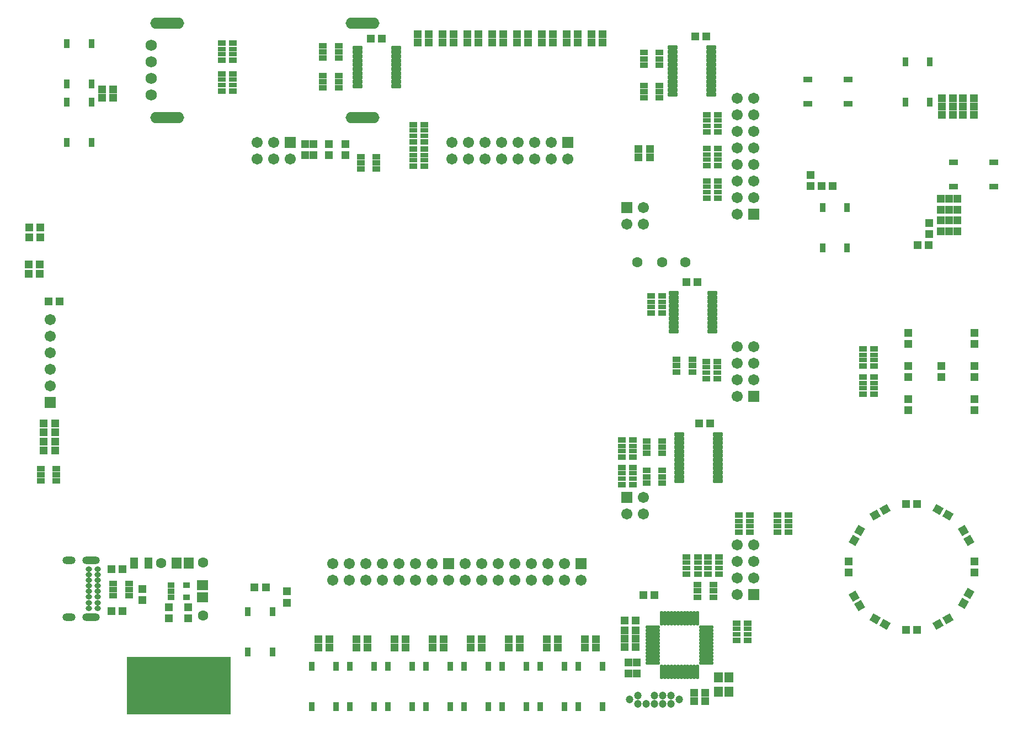
<source format=gts>
G04*
G04 #@! TF.GenerationSoftware,Altium Limited,Altium Designer,20.0.13 (296)*
G04*
G04 Layer_Color=8388736*
%FSLAX25Y25*%
%MOIN*%
G70*
G01*
G75*
%ADD51R,0.62992X0.35100*%
%ADD52R,0.05131X0.03359*%
G04:AMPARAMS|DCode=53|XSize=25.72mil|YSize=63.12mil|CornerRadius=5.95mil|HoleSize=0mil|Usage=FLASHONLY|Rotation=90.000|XOffset=0mil|YOffset=0mil|HoleType=Round|Shape=RoundedRectangle|*
%AMROUNDEDRECTD53*
21,1,0.02572,0.05122,0,0,90.0*
21,1,0.01382,0.06312,0,0,90.0*
1,1,0.01190,0.02561,0.00691*
1,1,0.01190,0.02561,-0.00691*
1,1,0.01190,-0.02561,-0.00691*
1,1,0.01190,-0.02561,0.00691*
%
%ADD53ROUNDEDRECTD53*%
%ADD54R,0.04343X0.03359*%
%ADD55R,0.05131X0.04737*%
%ADD56R,0.04737X0.05131*%
%ADD57R,0.04737X0.06706*%
%ADD58R,0.06706X0.05918*%
%ADD59R,0.05918X0.06706*%
%ADD60R,0.04737X0.02769*%
%ADD61R,0.04737X0.03556*%
G04:AMPARAMS|DCode=62|XSize=51.31mil|YSize=47.37mil|CornerRadius=0mil|HoleSize=0mil|Usage=FLASHONLY|Rotation=210.000|XOffset=0mil|YOffset=0mil|HoleType=Round|Shape=Rectangle|*
%AMROTATEDRECTD62*
4,1,4,0.01037,0.03334,0.03406,-0.00769,-0.01037,-0.03334,-0.03406,0.00769,0.01037,0.03334,0.0*
%
%ADD62ROTATEDRECTD62*%

G04:AMPARAMS|DCode=63|XSize=51.31mil|YSize=47.37mil|CornerRadius=0mil|HoleSize=0mil|Usage=FLASHONLY|Rotation=240.000|XOffset=0mil|YOffset=0mil|HoleType=Round|Shape=Rectangle|*
%AMROTATEDRECTD63*
4,1,4,-0.00769,0.03406,0.03334,0.01037,0.00769,-0.03406,-0.03334,-0.01037,-0.00769,0.03406,0.0*
%
%ADD63ROTATEDRECTD63*%

G04:AMPARAMS|DCode=64|XSize=51.31mil|YSize=47.37mil|CornerRadius=0mil|HoleSize=0mil|Usage=FLASHONLY|Rotation=300.000|XOffset=0mil|YOffset=0mil|HoleType=Round|Shape=Rectangle|*
%AMROTATEDRECTD64*
4,1,4,-0.03334,0.01037,0.00769,0.03406,0.03334,-0.01037,-0.00769,-0.03406,-0.03334,0.01037,0.0*
%
%ADD64ROTATEDRECTD64*%

G04:AMPARAMS|DCode=65|XSize=51.31mil|YSize=47.37mil|CornerRadius=0mil|HoleSize=0mil|Usage=FLASHONLY|Rotation=330.000|XOffset=0mil|YOffset=0mil|HoleType=Round|Shape=Rectangle|*
%AMROTATEDRECTD65*
4,1,4,-0.03406,-0.00769,-0.01037,0.03334,0.03406,0.00769,0.01037,-0.03334,-0.03406,-0.00769,0.0*
%
%ADD65ROTATEDRECTD65*%

%ADD66C,0.04737*%
%ADD67R,0.05524X0.06312*%
%ADD68O,0.09068X0.01981*%
%ADD69O,0.01981X0.09068*%
%ADD70R,0.03800X0.05524*%
%ADD71R,0.05524X0.03800*%
%ADD72O,0.03950X0.03241*%
%ADD73O,0.10642X0.04737*%
%ADD74O,0.07887X0.04737*%
%ADD75O,0.20485X0.06706*%
%ADD76R,0.06706X0.06706*%
%ADD77C,0.06706*%
%ADD78R,0.06706X0.06706*%
%ADD79C,0.06706*%
%ADD80C,0.08674*%
%ADD81C,0.06312*%
%ADD82C,0.06800*%
%ADD83C,0.02769*%
D51*
X44488Y19478D02*
D03*
D52*
X-29576Y150540D02*
D03*
Y146800D02*
D03*
Y143060D02*
D03*
X-39024D02*
D03*
Y146800D02*
D03*
X-39024Y150540D02*
D03*
X154276Y338740D02*
D03*
Y335000D02*
D03*
Y331260D02*
D03*
X163724D02*
D03*
Y335000D02*
D03*
Y338740D02*
D03*
X140966Y405736D02*
D03*
Y401996D02*
D03*
Y398256D02*
D03*
X131517D02*
D03*
Y401996D02*
D03*
Y405736D02*
D03*
Y387736D02*
D03*
Y383996D02*
D03*
Y380256D02*
D03*
X140966D02*
D03*
Y383996D02*
D03*
Y387736D02*
D03*
X334666Y381736D02*
D03*
Y377996D02*
D03*
Y374256D02*
D03*
X325217D02*
D03*
Y377996D02*
D03*
Y381736D02*
D03*
X4844Y81136D02*
D03*
Y77396D02*
D03*
Y73656D02*
D03*
X14293D02*
D03*
Y77396D02*
D03*
Y81136D02*
D03*
X367266Y80336D02*
D03*
Y76596D02*
D03*
Y72856D02*
D03*
X357817D02*
D03*
Y76596D02*
D03*
Y80336D02*
D03*
X345170Y216354D02*
D03*
Y212613D02*
D03*
Y208873D02*
D03*
X354619D02*
D03*
Y212613D02*
D03*
Y216354D02*
D03*
X334666Y401636D02*
D03*
Y397896D02*
D03*
Y394156D02*
D03*
X325217D02*
D03*
Y397896D02*
D03*
Y401636D02*
D03*
X326917Y149236D02*
D03*
Y145496D02*
D03*
Y141756D02*
D03*
X336366D02*
D03*
Y145496D02*
D03*
Y149236D02*
D03*
X336366Y167052D02*
D03*
Y163312D02*
D03*
Y159572D02*
D03*
X326917D02*
D03*
Y163312D02*
D03*
Y167052D02*
D03*
D53*
X343528Y256412D02*
D03*
Y253853D02*
D03*
Y251294D02*
D03*
Y248735D02*
D03*
Y246176D02*
D03*
Y243616D02*
D03*
Y241057D02*
D03*
Y238498D02*
D03*
Y235939D02*
D03*
Y233380D02*
D03*
X366756Y256412D02*
D03*
Y253853D02*
D03*
Y251294D02*
D03*
Y248735D02*
D03*
Y246176D02*
D03*
Y243616D02*
D03*
Y241057D02*
D03*
Y238498D02*
D03*
Y235939D02*
D03*
Y233380D02*
D03*
X152428Y404512D02*
D03*
Y401953D02*
D03*
Y399394D02*
D03*
Y396835D02*
D03*
Y394275D02*
D03*
Y391716D02*
D03*
Y389157D02*
D03*
Y386598D02*
D03*
Y384039D02*
D03*
Y381480D02*
D03*
X175656Y404512D02*
D03*
Y401953D02*
D03*
Y399394D02*
D03*
Y396835D02*
D03*
Y394275D02*
D03*
Y391716D02*
D03*
Y389157D02*
D03*
Y386598D02*
D03*
Y384039D02*
D03*
Y381480D02*
D03*
X346728Y171071D02*
D03*
Y168512D02*
D03*
Y165953D02*
D03*
Y163394D02*
D03*
Y160835D02*
D03*
Y158275D02*
D03*
Y155717D02*
D03*
Y153157D02*
D03*
Y150598D02*
D03*
Y148039D02*
D03*
Y145480D02*
D03*
Y142921D02*
D03*
X369956Y171071D02*
D03*
Y168512D02*
D03*
Y165953D02*
D03*
Y163394D02*
D03*
Y160835D02*
D03*
Y158275D02*
D03*
Y155717D02*
D03*
Y153157D02*
D03*
Y150598D02*
D03*
Y148039D02*
D03*
Y145480D02*
D03*
Y142921D02*
D03*
X365956Y376476D02*
D03*
Y379035D02*
D03*
Y381594D02*
D03*
Y384154D02*
D03*
Y386713D02*
D03*
Y389272D02*
D03*
Y391831D02*
D03*
Y394390D02*
D03*
Y396949D02*
D03*
Y399508D02*
D03*
Y402067D02*
D03*
Y404626D02*
D03*
X342728Y376476D02*
D03*
Y379035D02*
D03*
Y381594D02*
D03*
Y384154D02*
D03*
Y386713D02*
D03*
Y389272D02*
D03*
Y391831D02*
D03*
Y394390D02*
D03*
Y396949D02*
D03*
Y399508D02*
D03*
Y402067D02*
D03*
Y404626D02*
D03*
D54*
X39659Y80136D02*
D03*
Y76396D02*
D03*
Y72656D02*
D03*
X49108D02*
D03*
Y80136D02*
D03*
D55*
X-30454Y161400D02*
D03*
X-37146D02*
D03*
Y166900D02*
D03*
X-30454D02*
D03*
X-37146Y172400D02*
D03*
X-30454D02*
D03*
X-37146Y177900D02*
D03*
X-30454D02*
D03*
X313653Y52600D02*
D03*
X320346D02*
D03*
X-39154Y295996D02*
D03*
X-45846D02*
D03*
X-39654Y273600D02*
D03*
X-46346D02*
D03*
X-27654Y251500D02*
D03*
X-34346D02*
D03*
X313653Y47700D02*
D03*
X320346Y47700D02*
D03*
X331747Y73956D02*
D03*
X325054D02*
D03*
X497446Y285496D02*
D03*
X490753D02*
D03*
X518072Y363996D02*
D03*
X524765D02*
D03*
X518072Y368996D02*
D03*
X524765D02*
D03*
X518072Y373996D02*
D03*
X524765D02*
D03*
X362288Y9996D02*
D03*
X355595D02*
D03*
X4846Y379500D02*
D03*
X-1846D02*
D03*
X4846Y374500D02*
D03*
X-1846D02*
D03*
X10415Y64396D02*
D03*
X3722D02*
D03*
X10415Y89609D02*
D03*
X3722D02*
D03*
X135288Y42496D02*
D03*
X128595D02*
D03*
X158288D02*
D03*
X151595D02*
D03*
X181288D02*
D03*
X174595D02*
D03*
X204288D02*
D03*
X197595D02*
D03*
X227288D02*
D03*
X220595D02*
D03*
X250288D02*
D03*
X243595D02*
D03*
X273288D02*
D03*
X266595D02*
D03*
X296288D02*
D03*
X289595D02*
D03*
X188749Y407895D02*
D03*
X195442D02*
D03*
X203749D02*
D03*
X210442D02*
D03*
X218749D02*
D03*
X225442D02*
D03*
X233749D02*
D03*
X240442D02*
D03*
X248749D02*
D03*
X255442D02*
D03*
X263749D02*
D03*
X270442D02*
D03*
X278749D02*
D03*
X285442D02*
D03*
X293749D02*
D03*
X300442D02*
D03*
X328888Y343396D02*
D03*
X322195D02*
D03*
X328888Y338496D02*
D03*
X322195D02*
D03*
X320346Y42800D02*
D03*
X313653D02*
D03*
X362288Y15096D02*
D03*
X355595D02*
D03*
X313653Y58796D02*
D03*
X320346D02*
D03*
X160378Y409996D02*
D03*
X167071D02*
D03*
X351095Y263096D02*
D03*
X357788D02*
D03*
X363088Y411396D02*
D03*
X356395D02*
D03*
X358695Y177796D02*
D03*
X365388D02*
D03*
X-39654Y268100D02*
D03*
X-46346D02*
D03*
X511946Y363996D02*
D03*
X505253D02*
D03*
X483753Y129096D02*
D03*
X490446D02*
D03*
X490446Y53096D02*
D03*
X483753D02*
D03*
X96888Y78581D02*
D03*
X90195D02*
D03*
X220595Y47496D02*
D03*
X227288D02*
D03*
X135288D02*
D03*
X128595D02*
D03*
X188749Y412894D02*
D03*
X195442D02*
D03*
X210442D02*
D03*
X203749D02*
D03*
X218749D02*
D03*
X225442D02*
D03*
X240442D02*
D03*
X233749D02*
D03*
X248749D02*
D03*
X255442D02*
D03*
X270442D02*
D03*
X263749D02*
D03*
X278749D02*
D03*
X285442D02*
D03*
X300442D02*
D03*
X293749D02*
D03*
X151595Y47496D02*
D03*
X158288D02*
D03*
X181288D02*
D03*
X174595D02*
D03*
X197595D02*
D03*
X204288D02*
D03*
X250288D02*
D03*
X243595D02*
D03*
X266595D02*
D03*
X273288D02*
D03*
X296288Y47417D02*
D03*
X289595D02*
D03*
X-45846Y290216D02*
D03*
X-39154D02*
D03*
X505253Y373996D02*
D03*
X511946D02*
D03*
X439446Y320996D02*
D03*
X432753D02*
D03*
X511946Y368996D02*
D03*
X505253D02*
D03*
D56*
X504599Y300524D02*
D03*
Y293831D02*
D03*
X509599Y300524D02*
D03*
Y293831D02*
D03*
X514599Y300524D02*
D03*
Y293831D02*
D03*
X426099Y321149D02*
D03*
Y327842D02*
D03*
X38269Y66742D02*
D03*
Y60049D02*
D03*
X125800Y339653D02*
D03*
Y346346D02*
D03*
X145000Y339653D02*
D03*
Y346346D02*
D03*
X109742Y76242D02*
D03*
Y69550D02*
D03*
X120800Y339653D02*
D03*
Y346346D02*
D03*
X22268Y70950D02*
D03*
Y77642D02*
D03*
X49883Y66742D02*
D03*
Y60049D02*
D03*
X315942Y26831D02*
D03*
Y33524D02*
D03*
X320942D02*
D03*
Y26831D02*
D03*
X504599Y313342D02*
D03*
Y306649D02*
D03*
X505099Y205649D02*
D03*
Y212342D02*
D03*
X485099Y232342D02*
D03*
Y225649D02*
D03*
X525099Y185650D02*
D03*
Y192342D02*
D03*
Y232342D02*
D03*
Y225649D02*
D03*
X485099Y185650D02*
D03*
Y192342D02*
D03*
Y212342D02*
D03*
Y205649D02*
D03*
X525099D02*
D03*
Y212342D02*
D03*
X449099Y94442D02*
D03*
Y87749D02*
D03*
X525099Y87749D02*
D03*
Y94442D02*
D03*
X135000Y346346D02*
D03*
Y339653D02*
D03*
X514599Y306649D02*
D03*
Y313342D02*
D03*
X497599Y292149D02*
D03*
Y298842D02*
D03*
X509599Y306649D02*
D03*
Y313342D02*
D03*
D57*
X25899Y93396D02*
D03*
X17238D02*
D03*
D58*
X58569Y80136D02*
D03*
Y72656D02*
D03*
D59*
X42928Y93396D02*
D03*
X50409D02*
D03*
D60*
X389448Y115625D02*
D03*
Y118775D02*
D03*
X382755Y115625D02*
D03*
Y118775D02*
D03*
X370842Y90439D02*
D03*
Y93589D02*
D03*
X364149Y90439D02*
D03*
Y93589D02*
D03*
X370188Y357421D02*
D03*
Y360571D02*
D03*
X363495Y357421D02*
D03*
Y360571D02*
D03*
X464246Y199020D02*
D03*
Y202170D02*
D03*
X457553Y199020D02*
D03*
Y202170D02*
D03*
X464246Y216020D02*
D03*
Y219170D02*
D03*
X457553Y216020D02*
D03*
Y219170D02*
D03*
X388146Y50425D02*
D03*
Y53575D02*
D03*
X381453Y50425D02*
D03*
Y53575D02*
D03*
X412646Y115625D02*
D03*
Y118775D02*
D03*
X405954Y115625D02*
D03*
Y118775D02*
D03*
X370188Y336921D02*
D03*
Y340071D02*
D03*
X363495Y336921D02*
D03*
Y340071D02*
D03*
X357888Y90421D02*
D03*
Y93571D02*
D03*
X351195Y90421D02*
D03*
Y93571D02*
D03*
X369788Y208421D02*
D03*
Y211571D02*
D03*
X363095Y208421D02*
D03*
Y211571D02*
D03*
X336288Y247921D02*
D03*
Y251071D02*
D03*
X329595Y247921D02*
D03*
Y251071D02*
D03*
X370188Y317421D02*
D03*
Y320571D02*
D03*
X363495Y317421D02*
D03*
Y320571D02*
D03*
X318788Y144421D02*
D03*
Y147571D02*
D03*
X312095Y144421D02*
D03*
Y147571D02*
D03*
X318788Y160921D02*
D03*
Y164071D02*
D03*
X312095Y160921D02*
D03*
Y164071D02*
D03*
X77106Y382098D02*
D03*
Y385247D02*
D03*
X70413Y382098D02*
D03*
Y385247D02*
D03*
X77106Y400654D02*
D03*
Y403804D02*
D03*
X70413Y400654D02*
D03*
Y403804D02*
D03*
X192688Y351421D02*
D03*
Y354571D02*
D03*
X185995Y351421D02*
D03*
Y354571D02*
D03*
X192688Y336721D02*
D03*
Y339871D02*
D03*
X185995Y336721D02*
D03*
Y339871D02*
D03*
D61*
X389448Y112082D02*
D03*
Y122318D02*
D03*
X382755Y112082D02*
D03*
Y122318D02*
D03*
X370842Y86896D02*
D03*
Y97132D02*
D03*
X364149Y86896D02*
D03*
Y97132D02*
D03*
X370188Y353878D02*
D03*
Y364114D02*
D03*
X363495Y353878D02*
D03*
Y364114D02*
D03*
X464246Y195477D02*
D03*
Y205713D02*
D03*
X457553Y195477D02*
D03*
Y205713D02*
D03*
X464246Y212477D02*
D03*
Y222713D02*
D03*
X457553Y212477D02*
D03*
Y222713D02*
D03*
X388146Y46882D02*
D03*
Y57118D02*
D03*
X381454Y46882D02*
D03*
Y57118D02*
D03*
X412646Y112082D02*
D03*
Y122318D02*
D03*
X405954Y112082D02*
D03*
Y122318D02*
D03*
X370188Y333378D02*
D03*
Y343614D02*
D03*
X363495Y333378D02*
D03*
Y343614D02*
D03*
X357888Y86878D02*
D03*
Y97114D02*
D03*
X351195Y86878D02*
D03*
Y97114D02*
D03*
X369788Y204878D02*
D03*
Y215114D02*
D03*
X363095Y204878D02*
D03*
Y215114D02*
D03*
X336288Y244378D02*
D03*
Y254614D02*
D03*
X329595Y244378D02*
D03*
Y254614D02*
D03*
X370188Y313878D02*
D03*
Y324114D02*
D03*
X363495Y313878D02*
D03*
Y324114D02*
D03*
X318788Y140878D02*
D03*
Y151114D02*
D03*
X312095Y140878D02*
D03*
Y151114D02*
D03*
X318788Y157378D02*
D03*
Y167614D02*
D03*
X312095Y157378D02*
D03*
Y167614D02*
D03*
X77106Y378554D02*
D03*
Y388790D02*
D03*
X70413Y378554D02*
D03*
Y388790D02*
D03*
X77106Y397111D02*
D03*
Y407347D02*
D03*
X70413Y397111D02*
D03*
Y407347D02*
D03*
X192688Y347878D02*
D03*
Y358114D02*
D03*
X185995Y347878D02*
D03*
Y358114D02*
D03*
X192688Y333178D02*
D03*
Y343414D02*
D03*
X185995Y333178D02*
D03*
Y343414D02*
D03*
D62*
X470997Y125678D02*
D03*
X465201Y122332D02*
D03*
X503201Y56514D02*
D03*
X508997Y59860D02*
D03*
D63*
X452517Y107198D02*
D03*
X455864Y112994D02*
D03*
X521681Y74994D02*
D03*
X518335Y69198D02*
D03*
D64*
X455864Y67598D02*
D03*
X452517Y73394D02*
D03*
X518335Y112994D02*
D03*
X521681Y107198D02*
D03*
D65*
X465201Y59860D02*
D03*
X470997Y56514D02*
D03*
X508997Y122332D02*
D03*
X503201Y125678D02*
D03*
D66*
X341842Y8496D02*
D03*
X336842D02*
D03*
X331842D02*
D03*
X326842D02*
D03*
X321842D02*
D03*
X331842Y13496D02*
D03*
X336842D02*
D03*
X341842D02*
D03*
X321842D02*
D03*
X316842Y10996D02*
D03*
X346842D02*
D03*
D67*
X370292Y24327D02*
D03*
X376591D02*
D03*
Y15665D02*
D03*
X370292D02*
D03*
D68*
X330800Y54823D02*
D03*
Y52854D02*
D03*
Y50886D02*
D03*
Y48917D02*
D03*
Y46949D02*
D03*
Y44980D02*
D03*
Y43012D02*
D03*
Y41043D02*
D03*
Y39075D02*
D03*
Y37106D02*
D03*
Y35138D02*
D03*
Y33169D02*
D03*
X363084D02*
D03*
Y35138D02*
D03*
Y37106D02*
D03*
Y39075D02*
D03*
Y41043D02*
D03*
Y43012D02*
D03*
Y44980D02*
D03*
Y46949D02*
D03*
Y48917D02*
D03*
Y50886D02*
D03*
Y52854D02*
D03*
Y54823D02*
D03*
D69*
X336115Y27854D02*
D03*
X338084D02*
D03*
X340052D02*
D03*
X342021D02*
D03*
X343989D02*
D03*
X345957D02*
D03*
X347926D02*
D03*
X349894D02*
D03*
X351863D02*
D03*
X353832D02*
D03*
X355800D02*
D03*
X357769D02*
D03*
Y60138D02*
D03*
X355800D02*
D03*
X353832D02*
D03*
X351863D02*
D03*
X349894D02*
D03*
X347926D02*
D03*
X345957D02*
D03*
X343989D02*
D03*
X342021D02*
D03*
X340052D02*
D03*
X338084D02*
D03*
X336115D02*
D03*
D70*
X483217Y371791D02*
D03*
X497981D02*
D03*
Y396201D02*
D03*
X483217D02*
D03*
X447981Y283791D02*
D03*
X433217D02*
D03*
Y308201D02*
D03*
X447981D02*
D03*
X100924Y39691D02*
D03*
X86160D02*
D03*
Y64101D02*
D03*
X100924D02*
D03*
X254324Y6791D02*
D03*
X239560D02*
D03*
Y31201D02*
D03*
X254324D02*
D03*
X231324Y6791D02*
D03*
X216560D02*
D03*
Y31201D02*
D03*
X231324D02*
D03*
X162324Y6791D02*
D03*
X147560D02*
D03*
Y31201D02*
D03*
X162324D02*
D03*
X139324Y6791D02*
D03*
X124560D02*
D03*
Y31201D02*
D03*
X139324D02*
D03*
X185324Y6791D02*
D03*
X170560D02*
D03*
Y31201D02*
D03*
X185324D02*
D03*
X208324Y6791D02*
D03*
X193560D02*
D03*
Y31201D02*
D03*
X208324D02*
D03*
X277324Y6791D02*
D03*
X262560D02*
D03*
Y31201D02*
D03*
X277324D02*
D03*
X300324Y6791D02*
D03*
X285560D02*
D03*
Y31201D02*
D03*
X300324D02*
D03*
X-23130Y382685D02*
D03*
X-8366D02*
D03*
Y407094D02*
D03*
X-23130D02*
D03*
Y371661D02*
D03*
X-8366D02*
D03*
Y347252D02*
D03*
X-23130D02*
D03*
D71*
X536804Y335378D02*
D03*
Y320614D02*
D03*
X512395D02*
D03*
Y335378D02*
D03*
X424395Y370614D02*
D03*
Y385378D02*
D03*
X448804D02*
D03*
Y370614D02*
D03*
D72*
X-4700Y89640D02*
D03*
Y86293D02*
D03*
Y82947D02*
D03*
Y79600D02*
D03*
Y76254D02*
D03*
Y72907D02*
D03*
Y69561D02*
D03*
Y66214D02*
D03*
X-10014D02*
D03*
Y69561D02*
D03*
Y72907D02*
D03*
Y76254D02*
D03*
Y79600D02*
D03*
Y82947D02*
D03*
Y86293D02*
D03*
Y89640D02*
D03*
D73*
X-8558Y94955D02*
D03*
Y60899D02*
D03*
D74*
X-21865D02*
D03*
Y94955D02*
D03*
D75*
X155512Y419496D02*
D03*
Y362409D02*
D03*
X37402D02*
D03*
Y419496D02*
D03*
D76*
X111721Y347500D02*
D03*
X287442Y92996D02*
D03*
X207442D02*
D03*
X279442Y347500D02*
D03*
D77*
X111721Y337500D02*
D03*
X101721Y347500D02*
D03*
Y337500D02*
D03*
X91721Y347500D02*
D03*
Y337500D02*
D03*
X-33433Y200496D02*
D03*
Y210496D02*
D03*
Y220496D02*
D03*
Y230496D02*
D03*
Y240496D02*
D03*
X324942Y297996D02*
D03*
X314942D02*
D03*
X324942Y307996D02*
D03*
Y132996D02*
D03*
X314942Y122996D02*
D03*
X324942D02*
D03*
X381599Y74496D02*
D03*
X391599Y84496D02*
D03*
X381599D02*
D03*
X391599Y94496D02*
D03*
X381599D02*
D03*
X391599Y104496D02*
D03*
X381599D02*
D03*
Y223996D02*
D03*
X391599D02*
D03*
X381599Y213996D02*
D03*
X391599D02*
D03*
X381599Y203996D02*
D03*
X391599D02*
D03*
X381599Y193996D02*
D03*
X391598Y343996D02*
D03*
X381598D02*
D03*
Y333996D02*
D03*
X391598D02*
D03*
X381598Y323996D02*
D03*
X391598D02*
D03*
X381598Y313996D02*
D03*
X391598D02*
D03*
X381598Y303996D02*
D03*
X247442Y92996D02*
D03*
Y82996D02*
D03*
X257442D02*
D03*
Y92996D02*
D03*
X267442Y82996D02*
D03*
Y92996D02*
D03*
X277442Y82996D02*
D03*
Y92996D02*
D03*
X287442Y82996D02*
D03*
X207442D02*
D03*
X197442Y92996D02*
D03*
Y82996D02*
D03*
X187442Y92996D02*
D03*
Y82996D02*
D03*
X177442Y92996D02*
D03*
Y82996D02*
D03*
X167442D02*
D03*
Y92996D02*
D03*
X239442Y347500D02*
D03*
Y337500D02*
D03*
X249442D02*
D03*
Y347500D02*
D03*
X259442Y337500D02*
D03*
Y347500D02*
D03*
X269442Y337500D02*
D03*
Y347500D02*
D03*
X279442Y337500D02*
D03*
D78*
X-33433Y190496D02*
D03*
X314942Y307996D02*
D03*
Y132996D02*
D03*
X391599Y74496D02*
D03*
Y193996D02*
D03*
X391598Y303996D02*
D03*
D79*
X381598Y373996D02*
D03*
X391598D02*
D03*
X381598Y353996D02*
D03*
X391598D02*
D03*
Y363996D02*
D03*
X381598D02*
D03*
X217442Y82996D02*
D03*
Y92996D02*
D03*
X237442Y82996D02*
D03*
Y92996D02*
D03*
X227442D02*
D03*
Y82996D02*
D03*
X147442D02*
D03*
Y92996D02*
D03*
X157442D02*
D03*
Y82996D02*
D03*
X137442Y92996D02*
D03*
Y82996D02*
D03*
X209442Y337500D02*
D03*
Y347500D02*
D03*
X229442Y337500D02*
D03*
Y347500D02*
D03*
X219442D02*
D03*
Y337500D02*
D03*
D80*
X44488Y18504D02*
D03*
D81*
X33569Y93396D02*
D03*
X59069Y93896D02*
D03*
Y61896D02*
D03*
X350233Y275000D02*
D03*
X336442D02*
D03*
X321442D02*
D03*
D82*
X27559Y405953D02*
D03*
Y395953D02*
D03*
Y385953D02*
D03*
Y375953D02*
D03*
D83*
X336842Y13496D02*
D03*
X321768D02*
D03*
X331842Y13495D02*
D03*
X341842Y13496D02*
D03*
X321850Y8505D02*
D03*
M02*

</source>
